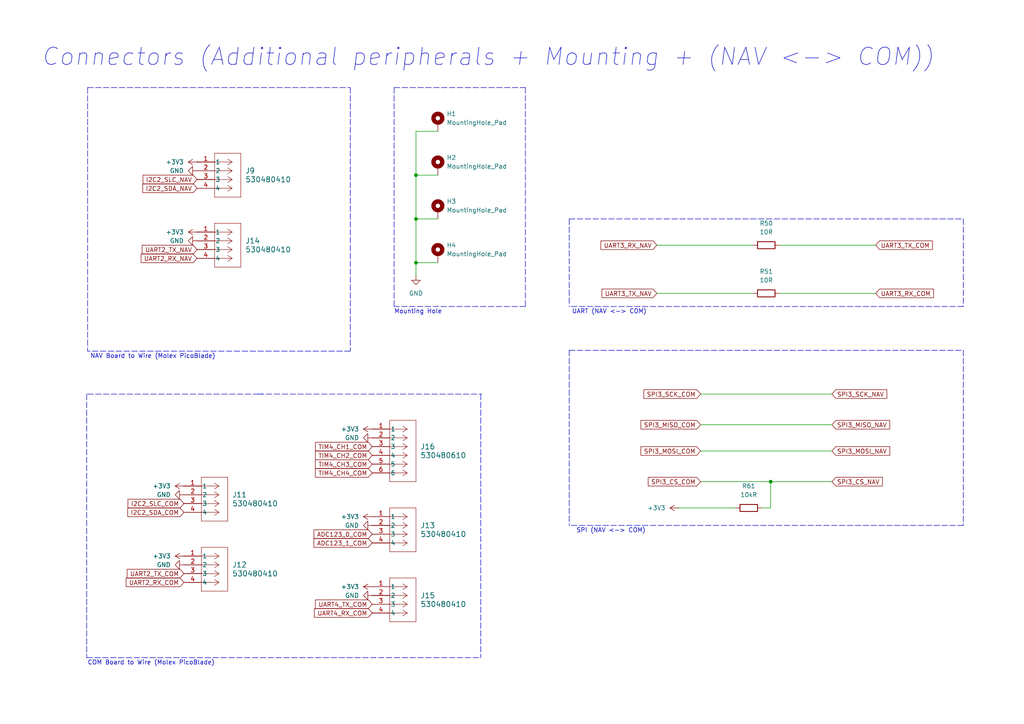
<source format=kicad_sch>
(kicad_sch (version 20231120) (generator "eeschema") (generator_version "8.0")
  (paper "A4")
  (title_block (title "Carte_Embarquée_CRAN_SEGULA") (date "28/03/2025") (rev "11/04/2025"))
  (lib_symbols
    (symbol "Resistor:R" (pin_numbers hide) (pin_names (offset 0))
      (property "Reference" "R" (at 2.032 0 90))
      (property "Value" "R" (at 0 0 90))
      (symbol "R_0_1"
        (rectangle (start -1.016 -2.54) (end 1.016 2.54) (stroke (width 0.254)))
      )
      (symbol "R_1_1"
        (pin passive line (at 0 3.81 270) (length 1.27) (name "~") (number "1"))
        (pin passive line (at 0 -3.81 90) (length 1.27) (name "~") (number "2"))
      )
    )
    (symbol "mountinghole_pad:MountingHole_Pad" (pin_numbers hide) (pin_names (offset 1.016) hide) (exclude_from_sim yes) (in_bom no)
      (property "Reference" "H" (at 0 6.35 0))
      (property "Value" "MountingHole_Pad" (at 0 4.445 0))
      (symbol "MountingHole_Pad_0_1"
        (circle (center 0 1.27) (radius 1.27) (stroke (width 1.27)))
      )
      (symbol "MountingHole_Pad_1_1"
        (pin input line (at 0 -2.54 90) (length 2.54) (name "1") (number "1"))
      )
    )
    (symbol "pin_4x1_0530480410:530480410" (pin_names (offset 0.254))
      (property "Reference" "J" (at 8.89 6.35 0))
      (property "Value" "530480410" (at 0 0 0))
      (symbol "530480410_1_1"
        (polyline (pts (xy 5.08 -10.16) (xy 12.7 -10.16)) (stroke (width 0.127)))
        (polyline (pts (xy 5.08 2.54) (xy 5.08 -10.16)) (stroke (width 0.127)))
        (polyline (pts (xy 10.16 -7.62) (xy 5.08 -7.62)) (stroke (width 0.127)))
        (polyline (pts (xy 10.16 -7.62) (xy 8.89 -8.4667)) (stroke (width 0.127)))
        (polyline (pts (xy 10.16 -7.62) (xy 8.89 -6.7733)) (stroke (width 0.127)))
        (polyline (pts (xy 10.16 -5.08) (xy 5.08 -5.08)) (stroke (width 0.127)))
        (polyline (pts (xy 10.16 -5.08) (xy 8.89 -5.9267)) (stroke (width 0.127)))
        (polyline (pts (xy 10.16 -5.08) (xy 8.89 -4.2333)) (stroke (width 0.127)))
        (polyline (pts (xy 10.16 -2.54) (xy 5.08 -2.54)) (stroke (width 0.127)))
        (polyline (pts (xy 10.16 -2.54) (xy 8.89 -3.3867)) (stroke (width 0.127)))
        (polyline (pts (xy 10.16 -2.54) (xy 8.89 -1.6933)) (stroke (width 0.127)))
        (polyline (pts (xy 10.16 0) (xy 5.08 0)) (stroke (width 0.127)))
        (polyline (pts (xy 10.16 0) (xy 8.89 -0.8467)) (stroke (width 0.127)))
        (polyline (pts (xy 10.16 0) (xy 8.89 0.8467)) (stroke (width 0.127)))
        (polyline (pts (xy 12.7 -10.16) (xy 12.7 2.54)) (stroke (width 0.127)))
        (polyline (pts (xy 12.7 2.54) (xy 5.08 2.54)) (stroke (width 0.127)))
        (pin unspecified line (at 0 0 0) (length 5.08) (name "1") (number "1"))
        (pin unspecified line (at 0 -2.54 0) (length 5.08) (name "2") (number "2"))
        (pin unspecified line (at 0 -5.08 0) (length 5.08) (name "3") (number "3"))
        (pin unspecified line (at 0 -7.62 0) (length 5.08) (name "4") (number "4"))
      )
      (symbol "530480410_1_2"
        (polyline (pts (xy 5.08 -10.16) (xy 12.7 -10.16)) (stroke (width 0.127)))
        (polyline (pts (xy 5.08 2.54) (xy 5.08 -10.16)) (stroke (width 0.127)))
        (polyline (pts (xy 7.62 -7.62) (xy 5.08 -7.62)) (stroke (width 0.127)))
        (polyline (pts (xy 7.62 -7.62) (xy 8.89 -8.4667)) (stroke (width 0.127)))
        (polyline (pts (xy 7.62 -7.62) (xy 8.89 -6.7733)) (stroke (width 0.127)))
        (polyline (pts (xy 7.62 -5.08) (xy 5.08 -5.08)) (stroke (width 0.127)))
        (polyline (pts (xy 7.62 -5.08) (xy 8.89 -5.9267)) (stroke (width 0.127)))
        (polyline (pts (xy 7.62 -5.08) (xy 8.89 -4.2333)) (stroke (width 0.127)))
        (polyline (pts (xy 7.62 -2.54) (xy 5.08 -2.54)) (stroke (width 0.127)))
        (polyline (pts (xy 7.62 -2.54) (xy 8.89 -3.3867)) (stroke (width 0.127)))
        (polyline (pts (xy 7.62 -2.54) (xy 8.89 -1.6933)) (stroke (width 0.127)))
        (polyline (pts (xy 7.62 0) (xy 5.08 0)) (stroke (width 0.127)))
        (polyline (pts (xy 7.62 0) (xy 8.89 -0.8467)) (stroke (width 0.127)))
        (polyline (pts (xy 7.62 0) (xy 8.89 0.8467)) (stroke (width 0.127)))
        (polyline (pts (xy 12.7 -10.16) (xy 12.7 2.54)) (stroke (width 0.127)))
        (polyline (pts (xy 12.7 2.54) (xy 5.08 2.54)) (stroke (width 0.127)))
        (pin unspecified line (at 0 0 0) (length 5.08) (name "1") (number "1"))
        (pin unspecified line (at 0 -2.54 0) (length 5.08) (name "2") (number "2"))
        (pin unspecified line (at 0 -5.08 0) (length 5.08) (name "3") (number "3"))
        (pin unspecified line (at 0 -7.62 0) (length 5.08) (name "4") (number "4"))
      )
    )
    (symbol "pin_6x1_0530480610:530480610" (pin_names (offset 0.254))
      (property "Reference" "J" (at 8.89 6.35 0))
      (property "Value" "530480610" (at 0 0 0))
      (symbol "530480610_1_1"
        (polyline (pts (xy 5.08 -15.24) (xy 12.7 -15.24)) (stroke (width 0.127)))
        (polyline (pts (xy 5.08 2.54) (xy 5.08 -15.24)) (stroke (width 0.127)))
        (polyline (pts (xy 10.16 -12.7) (xy 5.08 -12.7)) (stroke (width 0.127)))
        (polyline (pts (xy 10.16 -12.7) (xy 8.89 -13.5467)) (stroke (width 0.127)))
        (polyline (pts (xy 10.16 -12.7) (xy 8.89 -11.8533)) (stroke (width 0.127)))
        (polyline (pts (xy 10.16 -10.16) (xy 5.08 -10.16)) (stroke (width 0.127)))
        (polyline (pts (xy 10.16 -10.16) (xy 8.89 -11.0067)) (stroke (width 0.127)))
        (polyline (pts (xy 10.16 -10.16) (xy 8.89 -9.3133)) (stroke (width 0.127)))
        (polyline (pts (xy 10.16 -7.62) (xy 5.08 -7.62)) (stroke (width 0.127)))
        (polyline (pts (xy 10.16 -7.62) (xy 8.89 -8.4667)) (stroke (width 0.127)))
        (polyline (pts (xy 10.16 -7.62) (xy 8.89 -6.7733)) (stroke (width 0.127)))
        (polyline (pts (xy 10.16 -5.08) (xy 5.08 -5.08)) (stroke (width 0.127)))
        (polyline (pts (xy 10.16 -5.08) (xy 8.89 -5.9267)) (stroke (width 0.127)))
        (polyline (pts (xy 10.16 -5.08) (xy 8.89 -4.2333)) (stroke (width 0.127)))
        (polyline (pts (xy 10.16 -2.54) (xy 5.08 -2.54)) (stroke (width 0.127)))
        (polyline (pts (xy 10.16 -2.54) (xy 8.89 -3.3867)) (stroke (width 0.127)))
        (polyline (pts (xy 10.16 -2.54) (xy 8.89 -1.6933)) (stroke (width 0.127)))
        (polyline (pts (xy 10.16 0) (xy 5.08 0)) (stroke (width 0.127)))
        (polyline (pts (xy 10.16 0) (xy 8.89 -0.8467)) (stroke (width 0.127)))
        (polyline (pts (xy 10.16 0) (xy 8.89 0.8467)) (stroke (width 0.127)))
        (polyline (pts (xy 12.7 -15.24) (xy 12.7 2.54)) (stroke (width 0.127)))
        (polyline (pts (xy 12.7 2.54) (xy 5.08 2.54)) (stroke (width 0.127)))
        (pin unspecified line (at 0 0 0) (length 5.08) (name "1") (number "1"))
        (pin unspecified line (at 0 -2.54 0) (length 5.08) (name "2") (number "2"))
        (pin unspecified line (at 0 -5.08 0) (length 5.08) (name "3") (number "3"))
        (pin unspecified line (at 0 -7.62 0) (length 5.08) (name "4") (number "4"))
        (pin unspecified line (at 0 -10.16 0) (length 5.08) (name "5") (number "5"))
        (pin unspecified line (at 0 -12.7 0) (length 5.08) (name "6") (number "6"))
      )
      (symbol "530480610_1_2"
        (polyline (pts (xy 5.08 -15.24) (xy 12.7 -15.24)) (stroke (width 0.127)))
        (polyline (pts (xy 5.08 2.54) (xy 5.08 -15.24)) (stroke (width 0.127)))
        (polyline (pts (xy 7.62 -12.7) (xy 5.08 -12.7)) (stroke (width 0.127)))
        (polyline (pts (xy 7.62 -12.7) (xy 8.89 -13.5467)) (stroke (width 0.127)))
        (polyline (pts (xy 7.62 -12.7) (xy 8.89 -11.8533)) (stroke (width 0.127)))
        (polyline (pts (xy 7.62 -10.16) (xy 5.08 -10.16)) (stroke (width 0.127)))
        (polyline (pts (xy 7.62 -10.16) (xy 8.89 -11.0067)) (stroke (width 0.127)))
        (polyline (pts (xy 7.62 -10.16) (xy 8.89 -9.3133)) (stroke (width 0.127)))
        (polyline (pts (xy 7.62 -7.62) (xy 5.08 -7.62)) (stroke (width 0.127)))
        (polyline (pts (xy 7.62 -7.62) (xy 8.89 -8.4667)) (stroke (width 0.127)))
        (polyline (pts (xy 7.62 -7.62) (xy 8.89 -6.7733)) (stroke (width 0.127)))
        (polyline (pts (xy 7.62 -5.08) (xy 5.08 -5.08)) (stroke (width 0.127)))
        (polyline (pts (xy 7.62 -5.08) (xy 8.89 -5.9267)) (stroke (width 0.127)))
        (polyline (pts (xy 7.62 -5.08) (xy 8.89 -4.2333)) (stroke (width 0.127)))
        (polyline (pts (xy 7.62 -2.54) (xy 5.08 -2.54)) (stroke (width 0.127)))
        (polyline (pts (xy 7.62 -2.54) (xy 8.89 -3.3867)) (stroke (width 0.127)))
        (polyline (pts (xy 7.62 -2.54) (xy 8.89 -1.6933)) (stroke (width 0.127)))
        (polyline (pts (xy 7.62 0) (xy 5.08 0)) (stroke (width 0.127)))
        (polyline (pts (xy 7.62 0) (xy 8.89 -0.8467)) (stroke (width 0.127)))
        (polyline (pts (xy 7.62 0) (xy 8.89 0.8467)) (stroke (width 0.127)))
        (polyline (pts (xy 12.7 -15.24) (xy 12.7 2.54)) (stroke (width 0.127)))
        (polyline (pts (xy 12.7 2.54) (xy 5.08 2.54)) (stroke (width 0.127)))
        (pin unspecified line (at 0 0 0) (length 5.08) (name "1") (number "1"))
        (pin unspecified line (at 0 -2.54 0) (length 5.08) (name "2") (number "2"))
        (pin unspecified line (at 0 -5.08 0) (length 5.08) (name "3") (number "3"))
        (pin unspecified line (at 0 -7.62 0) (length 5.08) (name "4") (number "4"))
        (pin unspecified line (at 0 -10.16 0) (length 5.08) (name "5") (number "5"))
        (pin unspecified line (at 0 -12.7 0) (length 5.08) (name "6") (number "6"))
      )
    )
    (symbol "power:+3V3" (power) (pin_numbers hide) (pin_names (offset 0) hide)
      (property "Value" "+3V3" (at 0 3.556 0))
      (symbol "+3V3_0_1"
        (polyline (pts (xy -0.762 1.27) (xy 0 2.54)))
        (polyline (pts (xy 0 0) (xy 0 2.54)))
        (polyline (pts (xy 0 2.54) (xy 0.762 1.27)))
      )
      (symbol "+3V3_1_1"
        (pin power_in line (at 0 0 90) (length 0) (name "~") (number "1"))
      )
    )
    (symbol "power:GND" (power) (pin_numbers hide) (pin_names (offset 0) hide)
      (property "Value" "GND" (at 0 -3.81 0))
      (symbol "GND_0_1"
        (polyline (pts (xy 0 0) (xy 0 -1.27) (xy 1.27 -1.27) (xy 0 -2.54) (xy -1.27 -1.27) (xy 0 -1.27)))
      )
      (symbol "GND_1_1"
        (pin power_in line (at 0 0 270) (length 0) (name "~") (number "1"))
      )
    )
  )
  (junction (at 120.65 50.8))
  (junction (at 120.65 63.5))
  (junction (at 223.52 139.7))
  (junction (at 120.65 76.2))
  (polyline (pts (xy 152.4 88.9) (xy 114.3 88.9)) (stroke (width 0) (type dash)))
  (wire (pts (xy 223.52 139.7) (xy 223.52 147.32)))
  (polyline (pts (xy 25.146 190.754) (xy 139.446 190.754)) (stroke (width 0) (type dash)))
  (wire (pts (xy 120.65 38.1) (xy 120.65 50.8)))
  (wire (pts (xy 127 38.1) (xy 120.65 38.1)))
  (polyline (pts (xy 25.4 25.4) (xy 101.6 25.4)) (stroke (width 0) (type dash)))
  (wire (pts (xy 120.65 50.8) (xy 127 50.8)))
  (wire (pts (xy 203.2 123.19) (xy 241.3 123.19)))
  (polyline (pts (xy 114.3 25.4) (xy 152.4 25.4)) (stroke (width 0) (type dash)))
  (wire (pts (xy 196.85 147.32) (xy 213.36 147.32)))
  (polyline (pts (xy 74.93 114.3) (xy 74.93 114.3)) (stroke (width 0) (type dash)))
  (wire (pts (xy 120.65 80.01) (xy 120.65 76.2)))
  (polyline (pts (xy 74.93 114.3) (xy 139.7 114.3)) (stroke (width 0) (type dash)))
  (polyline (pts (xy 114.3 25.4) (xy 114.3 88.9)) (stroke (width 0) (type dash)))
  (wire (pts (xy 223.52 147.32) (xy 220.98 147.32)))
  (polyline (pts (xy 101.6 101.854) (xy 25.4 101.854)) (stroke (width 0) (type dash)))
  (polyline (pts (xy 139.446 114.3) (xy 139.446 190.754)) (stroke (width 0) (type dash)))
  (wire (pts (xy 226.06 85.09) (xy 254 85.09)))
  (polyline (pts (xy 165.1 101.6) (xy 279.4 101.6)) (stroke (width 0) (type dash)))
  (polyline (pts (xy 101.6 25.4) (xy 101.6 101.854)) (stroke (width 0) (type dash)))
  (polyline (pts (xy 25.146 114.3) (xy 25.146 190.754)) (stroke (width 0) (type dash)))
  (wire (pts (xy 120.65 63.5) (xy 120.65 76.2)))
  (wire (pts (xy 203.2 114.3) (xy 241.3 114.3)))
  (polyline (pts (xy 165.1 101.6) (xy 165.1 152.4)) (stroke (width 0) (type dash)))
  (polyline (pts (xy 152.4 25.4) (xy 152.4 88.9)) (stroke (width 0) (type dash)))
  (wire (pts (xy 223.52 139.7) (xy 241.3 139.7)))
  (wire (pts (xy 190.5 85.09) (xy 218.44 85.09)))
  (wire (pts (xy 120.65 50.8) (xy 120.65 63.5)))
  (polyline (pts (xy 25.4 25.4) (xy 25.4 101.854)) (stroke (width 0) (type dash)))
  (polyline (pts (xy 25.4 114.3) (xy 76.2 114.3)) (stroke (width 0) (type dash)))
  (polyline (pts (xy 279.4 63.5) (xy 279.4 88.9)) (stroke (width 0) (type dash)))
  (polyline (pts (xy 279.4 101.6) (xy 279.4 152.4)) (stroke (width 0) (type dash)))
  (wire (pts (xy 120.65 63.5) (xy 127 63.5)))
  (wire (pts (xy 203.2 130.81) (xy 241.3 130.81)))
  (wire (pts (xy 226.06 71.12) (xy 254 71.12)))
  (polyline (pts (xy 165.1 63.5) (xy 165.1 88.9)) (stroke (width 0) (type dash)))
  (wire (pts (xy 203.2 139.7) (xy 223.52 139.7)))
  (wire (pts (xy 120.65 76.2) (xy 127 76.2)))
  (wire (pts (xy 190.5 71.12) (xy 218.44 71.12)))
  (polyline (pts (xy 279.4 152.4) (xy 165.1 152.4)) (stroke (width 0) (type dash)))
  (polyline (pts (xy 279.4 88.9) (xy 165.1 88.9)) (stroke (width 0) (type dash)))
  (polyline (pts (xy 165.1 63.5) (xy 279.4 63.5)) (stroke (width 0) (type dash)))
  (text "NAV Board to Wire (Molex PicoBlade)" (at 26.162 104.14 0) (effects (font (size 1.27 1.27)) (justify left bottom)))
  (text "SPI (NAV <-> COM)" (at 167.132 154.686 0) (effects (font (size 1.27 1.27)) (justify left bottom)))
  (text "UART (NAV <-> COM)" (at 165.862 91.186 0) (effects (font (size 1.27 1.27)) (justify left bottom)))
  (text "COM Board to Wire (Molex PicoBlade)" (at 25.4 193.04 0) (effects (font (size 1.27 1.27)) (justify left bottom)))
  (text "Connectors (Additional peripherals + Mounting + (NAV <-> COM))" (at 11.938 19.558 0) (effects (font (size 5.0038 5.0038) (italic yes)) (justify left bottom)))
  (text "Mounting Hole" (at 114.3 91.186 0) (effects (font (size 1.27 1.27)) (justify left bottom)))
  (global_label "UART4_TX_COM" (shape input) (at 107.95 175.26 180) (property "Intersheetrefs" "${INTERSHEET_REFS}" (effects (hide yes))))
  (global_label "TIM4_CH2_COM" (shape input) (at 107.95 132.08 180) (property "Intersheetrefs" "${INTERSHEET_REFS}" (effects (hide yes))))
  (global_label "UART2_TX_NAV" (shape input) (at 57.15 72.39 180) (property "Intersheetrefs" "${INTERSHEET_REFS}" (effects (hide yes))))
  (global_label "SPI3_MOSI_COM" (shape input) (at 203.2 130.81 180) (property "Intersheetrefs" "${INTERSHEET_REFS}" (effects (hide yes))))
  (global_label "TIM4_CH4_COM" (shape input) (at 107.95 137.16 180) (property "Intersheetrefs" "${INTERSHEET_REFS}" (effects (hide yes))))
  (global_label "SPI3_CS_NAV" (shape input) (at 241.3 139.7 0) (property "Intersheetrefs" "${INTERSHEET_REFS}" (effects (hide yes))))
  (global_label "I2C2_SLC_NAV" (shape input) (at 57.15 52.07 180) (property "Intersheetrefs" "${INTERSHEET_REFS}" (effects (hide yes))))
  (global_label "SPI3_SCK_COM" (shape input) (at 203.2 114.3 180) (property "Intersheetrefs" "${INTERSHEET_REFS}" (effects (hide yes))))
  (global_label "UART3_RX_COM" (shape input) (at 254 85.09 0) (property "Intersheetrefs" "${INTERSHEET_REFS}" (effects (hide yes))))
  (global_label "I2C2_SLC_COM" (shape input) (at 53.34 146.05 180) (property "Intersheetrefs" "${INTERSHEET_REFS}" (effects (hide yes))))
  (global_label "I2C2_SDA_COM" (shape input) (at 53.34 148.59 180) (property "Intersheetrefs" "${INTERSHEET_REFS}" (effects (hide yes))))
  (global_label "UART3_TX_NAV" (shape input) (at 190.5 85.09 180) (property "Intersheetrefs" "${INTERSHEET_REFS}" (effects (hide yes))))
  (global_label "UART2_TX_COM" (shape input) (at 53.34 166.37 180) (property "Intersheetrefs" "${INTERSHEET_REFS}" (effects (hide yes))))
  (global_label "UART3_RX_NAV" (shape input) (at 190.5 71.12 180) (property "Intersheetrefs" "${INTERSHEET_REFS}" (effects (hide yes))))
  (global_label "UART3_TX_COM" (shape input) (at 254 71.12 0) (property "Intersheetrefs" "${INTERSHEET_REFS}" (effects (hide yes))))
  (global_label "UART2_RX_COM" (shape input) (at 53.34 168.91 180) (property "Intersheetrefs" "${INTERSHEET_REFS}" (effects (hide yes))))
  (global_label "TIM4_CH3_COM" (shape input) (at 107.95 134.62 180) (property "Intersheetrefs" "${INTERSHEET_REFS}" (effects (hide yes))))
  (global_label "SPI3_MOSI_NAV" (shape input) (at 241.3 130.81 0) (property "Intersheetrefs" "${INTERSHEET_REFS}" (effects (hide yes))))
  (global_label "I2C2_SDA_NAV" (shape input) (at 57.15 54.61 180) (property "Intersheetrefs" "${INTERSHEET_REFS}" (effects (hide yes))))
  (global_label "ADC123_1_COM" (shape input) (at 107.95 157.48 180) (property "Intersheetrefs" "${INTERSHEET_REFS}" (effects (hide yes))))
  (global_label "SPI3_CS_COM" (shape input) (at 203.2 139.7 180) (property "Intersheetrefs" "${INTERSHEET_REFS}" (effects (hide yes))))
  (global_label "UART2_RX_NAV" (shape input) (at 57.15 74.93 180) (property "Intersheetrefs" "${INTERSHEET_REFS}" (effects (hide yes))))
  (global_label "SPI3_MISO_NAV" (shape input) (at 241.3 123.19 0) (property "Intersheetrefs" "${INTERSHEET_REFS}" (effects (hide yes))))
  (global_label "SPI3_MISO_COM" (shape input) (at 203.2 123.19 180) (property "Intersheetrefs" "${INTERSHEET_REFS}" (effects (hide yes))))
  (global_label "TIM4_CH1_COM" (shape input) (at 107.95 129.54 180) (property "Intersheetrefs" "${INTERSHEET_REFS}" (effects (hide yes))))
  (global_label "UART4_RX_COM" (shape input) (at 107.95 177.8 180) (property "Intersheetrefs" "${INTERSHEET_REFS}" (effects (hide yes))))
  (global_label "SPI3_SCK_NAV" (shape input) (at 241.3 114.3 0) (property "Intersheetrefs" "${INTERSHEET_REFS}" (effects (hide yes))))
  (global_label "ADC123_0_COM" (shape input) (at 107.95 154.94 180) (property "Intersheetrefs" "${INTERSHEET_REFS}" (effects (hide yes))))
  (symbol (lib_id "power:GND") (at 120.65 80.01 0) (unit 1)
    (property "Reference" "#PWR27" (effects (hide yes)))
    (property "Value" "GND" (at 120.65 85.09 0))
    (property "Description" "Power symbol creates a global label with name \"GND\" , ground" (effects (hide yes)))
  )
  (symbol (lib_id "power:+3V3") (at 107.95 124.46 90) (unit 1)
    (property "Reference" "#PWR148" (effects (hide yes)))
    (property "Value" "+3V3" (at 104.14 124.4599 90) (effects (justify left)))
    (property "Description" "Power symbol creates a global label with name \"+3V3\"" (effects (hide yes)))
  )
  (symbol (lib_id "power:+3V3") (at 57.15 46.99 90) (unit 1)
    (property "Reference" "#PWR131" (effects (hide yes)))
    (property "Value" "+3V3" (at 53.34 46.9899 90) (effects (justify left)))
    (property "Description" "Power symbol creates a global label with name \"+3V3\"" (effects (hide yes)))
  )
  (symbol (lib_id "mountinghole_pad:MountingHole_Pad") (at 127 60.96 0) (unit 1) (exclude_from_sim yes) (in_bom no)
    (property "Reference" "H3" (at 129.54 58.4199 0) (effects (justify left)))
    (property "Value" "MountingHole_Pad" (at 129.54 60.9599 0) (effects (justify left)))
    (property "Footprint" "Mounting_Hole_M3:MountingHole_3.2mm_M3_Pad_Via" (effects (hide yes)))
    (property "Description" "Mounting Hole with connection" (effects (hide yes)))
  )
  (symbol (lib_id "power:GND") (at 53.34 163.83 270) (unit 1)
    (property "Reference" "#PWR138" (effects (hide yes)))
    (property "Value" "GND" (at 49.53 163.8299 90) (effects (justify right)))
    (property "Description" "Power symbol creates a global label with name \"GND\" , ground" (effects (hide yes)))
  )
  (symbol (lib_id "pin_4x1_0530480410:530480410") (at 57.15 67.31 0) (unit 1)
    (property "Reference" "J14" (at 71.12 69.8499 0) (effects (font (size 1.524 1.524)) (justify left)))
    (property "Value" "530480410" (at 71.12 72.3899 0) (effects (font (size 1.524 1.524)) (justify left)))
    (property "Footprint" "pin_4x1_0530480410:CONN04_530480410_MOL" (effects (hide yes)))
    (property "Datasheet" "530480410" (effects (hide yes)))
  )
  (symbol (lib_id "Resistor:R") (at 217.17 147.32 90) (unit 1)
    (property "Reference" "R61" (at 217.17 140.97 90))
    (property "Value" "10kR" (at 217.17 143.51 90))
    (property "Footprint" "Resistor_10kR_CRGP0402F10K:RESC1105X40N" (effects (hide yes)))
    (property "Datasheet" "CRGP0402F10K" (effects (hide yes)))
    (property "Description" "Resistor CRGP0402F10K" (effects (hide yes)))
  )
  (symbol (lib_id "power:GND") (at 107.95 172.72 270) (unit 1)
    (property "Reference" "#PWR141" (effects (hide yes)))
    (property "Value" "GND" (at 104.14 172.7199 90) (effects (justify right)))
    (property "Description" "Power symbol creates a global label with name \"GND\" , ground" (effects (hide yes)))
  )
  (symbol (lib_id "pin_6x1_0530480610:530480610") (at 107.95 124.46 0) (unit 1)
    (property "Reference" "J16" (at 121.92 129.5399 0) (effects (font (size 1.524 1.524)) (justify left)))
    (property "Value" "530480610" (at 121.92 132.0799 0) (effects (font (size 1.524 1.524)) (justify left)))
    (property "Footprint" "pin_6x1_0530480610:CONN06_530480610_MOL" (effects (hide yes)))
    (property "Datasheet" "530480610" (effects (hide yes)))
  )
  (symbol (lib_id "pin_4x1_0530480410:530480410") (at 107.95 149.86 0) (unit 1)
    (property "Reference" "J13" (at 121.92 152.3999 0) (effects (font (size 1.524 1.524)) (justify left)))
    (property "Value" "530480410" (at 121.92 154.9399 0) (effects (font (size 1.524 1.524)) (justify left)))
    (property "Footprint" "pin_4x1_0530480410:CONN04_530480410_MOL" (effects (hide yes)))
    (property "Datasheet" "530480410" (effects (hide yes)))
  )
  (symbol (lib_id "power:GND") (at 57.15 49.53 270) (unit 1)
    (property "Reference" "#PWR132" (effects (hide yes)))
    (property "Value" "GND" (at 53.34 49.5299 90) (effects (justify right)))
    (property "Description" "Power symbol creates a global label with name \"GND\" , ground" (effects (hide yes)))
  )
  (symbol (lib_id "power:GND") (at 107.95 152.4 270) (unit 1)
    (property "Reference" "#PWR140" (effects (hide yes)))
    (property "Value" "GND" (at 104.14 152.3999 90) (effects (justify right)))
    (property "Description" "Power symbol creates a global label with name \"GND\" , ground" (effects (hide yes)))
  )
  (symbol (lib_id "Resistor:R") (at 222.25 71.12 90) (unit 1)
    (property "Reference" "R50" (at 222.25 64.77 90))
    (property "Value" "10R" (at 222.25 67.31 90))
    (property "Footprint" "Resistor_10R_ERA-2AKD100X:RES_ERA2AKD100X" (effects (hide yes)))
    (property "Datasheet" "ERA-2AKD100X" (effects (hide yes)))
    (property "Description" "Resistor ERA-2AKD100X" (effects (hide yes)))
  )
  (symbol (lib_id "pin_4x1_0530480410:530480410") (at 57.15 46.99 0) (unit 1)
    (property "Reference" "J9" (at 71.12 49.5299 0) (effects (font (size 1.524 1.524)) (justify left)))
    (property "Value" "530480410" (at 71.12 52.0699 0) (effects (font (size 1.524 1.524)) (justify left)))
    (property "Footprint" "pin_4x1_0530480410:CONN04_530480410_MOL" (effects (hide yes)))
    (property "Datasheet" "530480410" (effects (hide yes)))
  )
  (symbol (lib_id "power:+3V3") (at 107.95 170.18 90) (unit 1)
    (property "Reference" "#PWR18" (effects (hide yes)))
    (property "Value" "+3V3" (at 104.14 170.1799 90) (effects (justify left)))
    (property "Description" "Power symbol creates a global label with name \"+3V3\"" (effects (hide yes)))
  )
  (symbol (lib_id "power:GND") (at 57.15 69.85 270) (unit 1)
    (property "Reference" "#PWR134" (effects (hide yes)))
    (property "Value" "GND" (at 53.34 69.8499 90) (effects (justify right)))
    (property "Description" "Power symbol creates a global label with name \"GND\" , ground" (effects (hide yes)))
  )
  (symbol (lib_id "power:+3V3") (at 53.34 161.29 90) (unit 1)
    (property "Reference" "#PWR137" (effects (hide yes)))
    (property "Value" "+3V3" (at 49.53 161.2899 90) (effects (justify left)))
    (property "Description" "Power symbol creates a global label with name \"+3V3\"" (effects (hide yes)))
  )
  (symbol (lib_id "pin_4x1_0530480410:530480410") (at 107.95 170.18 0) (unit 1)
    (property "Reference" "J15" (at 121.92 172.7199 0) (effects (font (size 1.524 1.524)) (justify left)))
    (property "Value" "530480410" (at 121.92 175.2599 0) (effects (font (size 1.524 1.524)) (justify left)))
    (property "Footprint" "pin_4x1_0530480410:CONN04_530480410_MOL" (effects (hide yes)))
    (property "Datasheet" "530480410" (effects (hide yes)))
  )
  (symbol (lib_id "pin_4x1_0530480410:530480410") (at 53.34 161.29 0) (unit 1)
    (property "Reference" "J12" (at 67.31 163.8299 0) (effects (font (size 1.524 1.524)) (justify left)))
    (property "Value" "530480410" (at 67.31 166.3699 0) (effects (font (size 1.524 1.524)) (justify left)))
    (property "Footprint" "pin_4x1_0530480410:CONN04_530480410_MOL" (effects (hide yes)))
    (property "Datasheet" "530480410" (effects (hide yes)))
  )
  (symbol (lib_id "mountinghole_pad:MountingHole_Pad") (at 127 48.26 0) (unit 1) (exclude_from_sim yes) (in_bom no)
    (property "Reference" "H2" (at 129.54 45.7199 0) (effects (justify left)))
    (property "Value" "MountingHole_Pad" (at 129.54 48.2599 0) (effects (justify left)))
    (property "Footprint" "Mounting_Hole_M3:MountingHole_3.2mm_M3_Pad_Via" (effects (hide yes)))
    (property "Description" "Mounting Hole with connection" (effects (hide yes)))
  )
  (symbol (lib_id "power:+3V3") (at 196.85 147.32 90) (unit 1)
    (property "Reference" "#PWR149" (effects (hide yes)))
    (property "Value" "+3V3" (at 193.04 147.3199 90) (effects (justify left)))
    (property "Description" "Power symbol creates a global label with name \"+3V3\"" (effects (hide yes)))
  )
  (symbol (lib_id "power:+3V3") (at 107.95 149.86 90) (unit 1)
    (property "Reference" "#PWR139" (effects (hide yes)))
    (property "Value" "+3V3" (at 104.14 149.8599 90) (effects (justify left)))
    (property "Description" "Power symbol creates a global label with name \"+3V3\"" (effects (hide yes)))
  )
  (symbol (lib_id "power:+3V3") (at 53.34 140.97 90) (unit 1)
    (property "Reference" "#PWR135" (effects (hide yes)))
    (property "Value" "+3V3" (at 49.53 140.9699 90) (effects (justify left)))
    (property "Description" "Power symbol creates a global label with name \"+3V3\"" (effects (hide yes)))
  )
  (symbol (lib_id "power:GND") (at 107.95 127 270) (unit 1)
    (property "Reference" "#PWR147" (effects (hide yes)))
    (property "Value" "GND" (at 104.14 126.9999 90) (effects (justify right)))
    (property "Description" "Power symbol creates a global label with name \"GND\" , ground" (effects (hide yes)))
  )
  (symbol (lib_id "pin_4x1_0530480410:530480410") (at 53.34 140.97 0) (unit 1)
    (property "Reference" "J11" (at 67.31 143.5099 0) (effects (font (size 1.524 1.524)) (justify left)))
    (property "Value" "530480410" (at 67.31 146.0499 0) (effects (font (size 1.524 1.524)) (justify left)))
    (property "Footprint" "pin_4x1_0530480410:CONN04_530480410_MOL" (effects (hide yes)))
    (property "Datasheet" "530480410" (effects (hide yes)))
  )
  (symbol (lib_id "power:GND") (at 53.34 143.51 270) (unit 1)
    (property "Reference" "#PWR136" (effects (hide yes)))
    (property "Value" "GND" (at 49.53 143.5099 90) (effects (justify right)))
    (property "Description" "Power symbol creates a global label with name \"GND\" , ground" (effects (hide yes)))
  )
  (symbol (lib_id "mountinghole_pad:MountingHole_Pad") (at 127 35.56 0) (unit 1) (exclude_from_sim yes) (in_bom no)
    (property "Reference" "H1" (at 129.54 33.0199 0) (effects (justify left)))
    (property "Value" "MountingHole_Pad" (at 129.54 35.5599 0) (effects (justify left)))
    (property "Footprint" "Mounting_Hole_M3:MountingHole_3.2mm_M3_Pad_Via" (effects (hide yes)))
    (property "Description" "Mounting Hole with connection" (effects (hide yes)))
  )
  (symbol (lib_id "mountinghole_pad:MountingHole_Pad") (at 127 73.66 0) (unit 1) (exclude_from_sim yes) (in_bom no)
    (property "Reference" "H4" (at 129.54 71.1199 0) (effects (justify left)))
    (property "Value" "MountingHole_Pad" (at 129.54 73.6599 0) (effects (justify left)))
    (property "Footprint" "Mounting_Hole_M3:MountingHole_3.2mm_M3_Pad_Via" (effects (hide yes)))
    (property "Description" "Mounting Hole with connection" (effects (hide yes)))
  )
  (symbol (lib_id "power:+3V3") (at 57.15 67.31 90) (unit 1)
    (property "Reference" "#PWR133" (effects (hide yes)))
    (property "Value" "+3V3" (at 53.34 67.3099 90) (effects (justify left)))
    (property "Description" "Power symbol creates a global label with name \"+3V3\"" (effects (hide yes)))
  )
  (symbol (lib_id "Resistor:R") (at 222.25 85.09 90) (unit 1)
    (property "Reference" "R51" (at 222.25 78.74 90))
    (property "Value" "10R" (at 222.25 81.28 90))
    (property "Footprint" "Resistor_10R_ERA-2AKD100X:RES_ERA2AKD100X" (effects (hide yes)))
    (property "Datasheet" "ERA-2AKD100X" (effects (hide yes)))
    (property "Description" "Resistor ERA-2AKD100X" (effects (hide yes)))
  )
)
</source>
